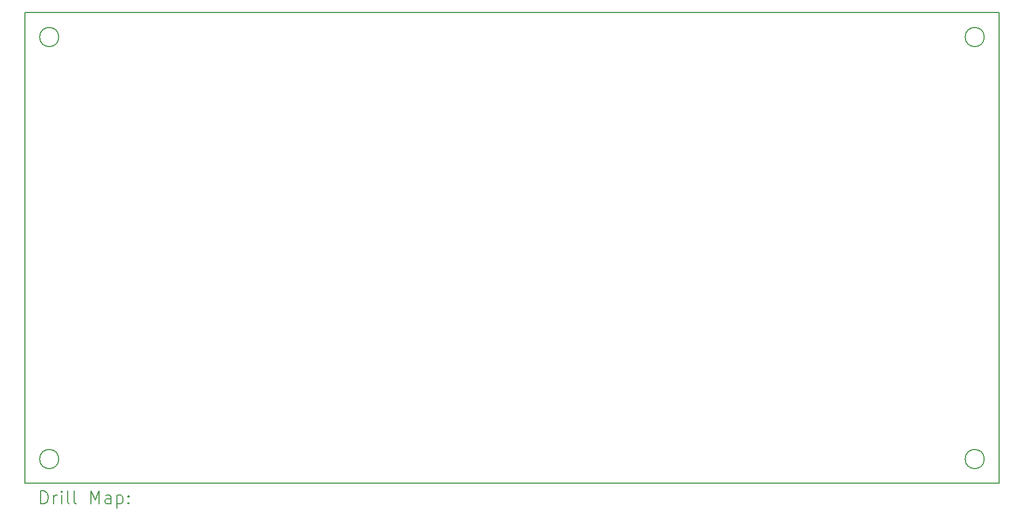
<source format=gbr>
%FSLAX45Y45*%
G04 Gerber Fmt 4.5, Leading zero omitted, Abs format (unit mm)*
G04 Created by KiCad (PCBNEW (6.0.1)) date 2022-01-24 13:46:20*
%MOMM*%
%LPD*%
G01*
G04 APERTURE LIST*
%TA.AperFunction,Profile*%
%ADD10C,0.150000*%
%TD*%
%ADD11C,0.200000*%
G04 APERTURE END LIST*
D10*
X6604000Y-11303000D02*
X6604000Y-3937000D01*
X7135000Y-10922000D02*
G75*
G03*
X7135000Y-10922000I-150000J0D01*
G01*
X21613000Y-10922000D02*
G75*
G03*
X21613000Y-10922000I-150000J0D01*
G01*
X7135000Y-4318000D02*
G75*
G03*
X7135000Y-4318000I-150000J0D01*
G01*
X21844000Y-3937000D02*
X21844000Y-11303000D01*
X21613000Y-4318000D02*
G75*
G03*
X21613000Y-4318000I-150000J0D01*
G01*
X21844000Y-11303000D02*
X6604000Y-11303000D01*
X6604000Y-3937000D02*
X21844000Y-3937000D01*
D11*
X6854119Y-11620976D02*
X6854119Y-11420976D01*
X6901738Y-11420976D01*
X6930309Y-11430500D01*
X6949357Y-11449548D01*
X6958881Y-11468595D01*
X6968405Y-11506690D01*
X6968405Y-11535262D01*
X6958881Y-11573357D01*
X6949357Y-11592405D01*
X6930309Y-11611452D01*
X6901738Y-11620976D01*
X6854119Y-11620976D01*
X7054119Y-11620976D02*
X7054119Y-11487643D01*
X7054119Y-11525738D02*
X7063643Y-11506690D01*
X7073167Y-11497167D01*
X7092214Y-11487643D01*
X7111262Y-11487643D01*
X7177928Y-11620976D02*
X7177928Y-11487643D01*
X7177928Y-11420976D02*
X7168405Y-11430500D01*
X7177928Y-11440024D01*
X7187452Y-11430500D01*
X7177928Y-11420976D01*
X7177928Y-11440024D01*
X7301738Y-11620976D02*
X7282690Y-11611452D01*
X7273167Y-11592405D01*
X7273167Y-11420976D01*
X7406500Y-11620976D02*
X7387452Y-11611452D01*
X7377928Y-11592405D01*
X7377928Y-11420976D01*
X7635071Y-11620976D02*
X7635071Y-11420976D01*
X7701738Y-11563833D01*
X7768405Y-11420976D01*
X7768405Y-11620976D01*
X7949357Y-11620976D02*
X7949357Y-11516214D01*
X7939833Y-11497167D01*
X7920786Y-11487643D01*
X7882690Y-11487643D01*
X7863643Y-11497167D01*
X7949357Y-11611452D02*
X7930309Y-11620976D01*
X7882690Y-11620976D01*
X7863643Y-11611452D01*
X7854119Y-11592405D01*
X7854119Y-11573357D01*
X7863643Y-11554309D01*
X7882690Y-11544786D01*
X7930309Y-11544786D01*
X7949357Y-11535262D01*
X8044595Y-11487643D02*
X8044595Y-11687643D01*
X8044595Y-11497167D02*
X8063643Y-11487643D01*
X8101738Y-11487643D01*
X8120786Y-11497167D01*
X8130309Y-11506690D01*
X8139833Y-11525738D01*
X8139833Y-11582881D01*
X8130309Y-11601928D01*
X8120786Y-11611452D01*
X8101738Y-11620976D01*
X8063643Y-11620976D01*
X8044595Y-11611452D01*
X8225548Y-11601928D02*
X8235071Y-11611452D01*
X8225548Y-11620976D01*
X8216024Y-11611452D01*
X8225548Y-11601928D01*
X8225548Y-11620976D01*
X8225548Y-11497167D02*
X8235071Y-11506690D01*
X8225548Y-11516214D01*
X8216024Y-11506690D01*
X8225548Y-11497167D01*
X8225548Y-11516214D01*
M02*

</source>
